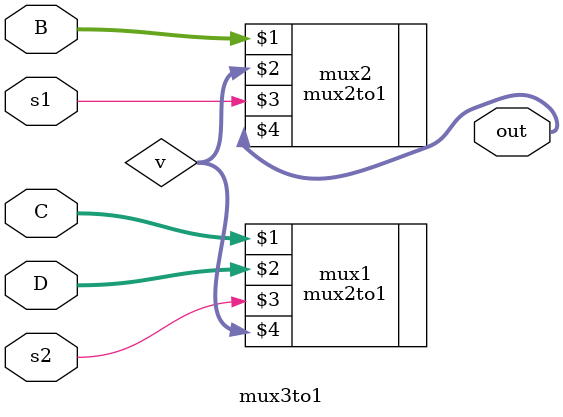
<source format=v>
module mux3to1
(
  input [7:0] B, C, D,
  input s1, s2,
  output  [7:0] out
);

wire [7:0] v;

mux2to1 mux1( C, D, s2, v);
mux2to1 mux2(B, v, s1, out);
endmodule


</source>
